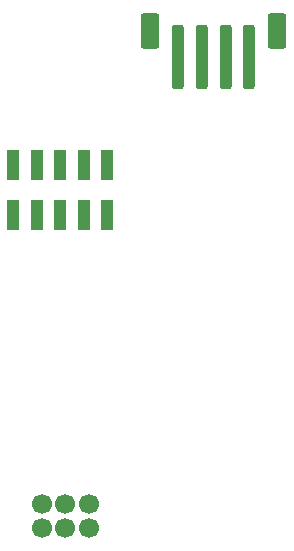
<source format=gbp>
G04 #@! TF.GenerationSoftware,KiCad,Pcbnew,(6.0.10)*
G04 #@! TF.CreationDate,2023-07-07T16:54:03+02:00*
G04 #@! TF.ProjectId,SprinklerBoardESP32V3,53707269-6e6b-46c6-9572-426f61726445,rev?*
G04 #@! TF.SameCoordinates,Original*
G04 #@! TF.FileFunction,Paste,Bot*
G04 #@! TF.FilePolarity,Positive*
%FSLAX46Y46*%
G04 Gerber Fmt 4.6, Leading zero omitted, Abs format (unit mm)*
G04 Created by KiCad (PCBNEW (6.0.10)) date 2023-07-07 16:54:03*
%MOMM*%
%LPD*%
G01*
G04 APERTURE LIST*
G04 Aperture macros list*
%AMRoundRect*
0 Rectangle with rounded corners*
0 $1 Rounding radius*
0 $2 $3 $4 $5 $6 $7 $8 $9 X,Y pos of 4 corners*
0 Add a 4 corners polygon primitive as box body*
4,1,4,$2,$3,$4,$5,$6,$7,$8,$9,$2,$3,0*
0 Add four circle primitives for the rounded corners*
1,1,$1+$1,$2,$3*
1,1,$1+$1,$4,$5*
1,1,$1+$1,$6,$7*
1,1,$1+$1,$8,$9*
0 Add four rect primitives between the rounded corners*
20,1,$1+$1,$2,$3,$4,$5,0*
20,1,$1+$1,$4,$5,$6,$7,0*
20,1,$1+$1,$6,$7,$8,$9,0*
20,1,$1+$1,$8,$9,$2,$3,0*%
G04 Aperture macros list end*
%ADD10RoundRect,0.250000X0.250000X2.500000X-0.250000X2.500000X-0.250000X-2.500000X0.250000X-2.500000X0*%
%ADD11RoundRect,0.250000X0.550000X1.250000X-0.550000X1.250000X-0.550000X-1.250000X0.550000X-1.250000X0*%
%ADD12C,1.700000*%
%ADD13R,1.000000X2.580000*%
G04 APERTURE END LIST*
D10*
X101050000Y-88350000D03*
X99050000Y-88350000D03*
X97050000Y-88350000D03*
X95050000Y-88350000D03*
D11*
X92650000Y-86100000D03*
X103450000Y-86100000D03*
D12*
X83500000Y-128200000D03*
X83500000Y-126200000D03*
X85500000Y-128200000D03*
X85500000Y-126200000D03*
X87500000Y-128200000D03*
X87500000Y-126200000D03*
D13*
X81050000Y-97515000D03*
X81050000Y-101685000D03*
X83050000Y-97515000D03*
X83050000Y-101685000D03*
X85050000Y-97515000D03*
X85050000Y-101685000D03*
X87050000Y-97515000D03*
X87050000Y-101685000D03*
X89050000Y-97515000D03*
X89050000Y-101685000D03*
M02*

</source>
